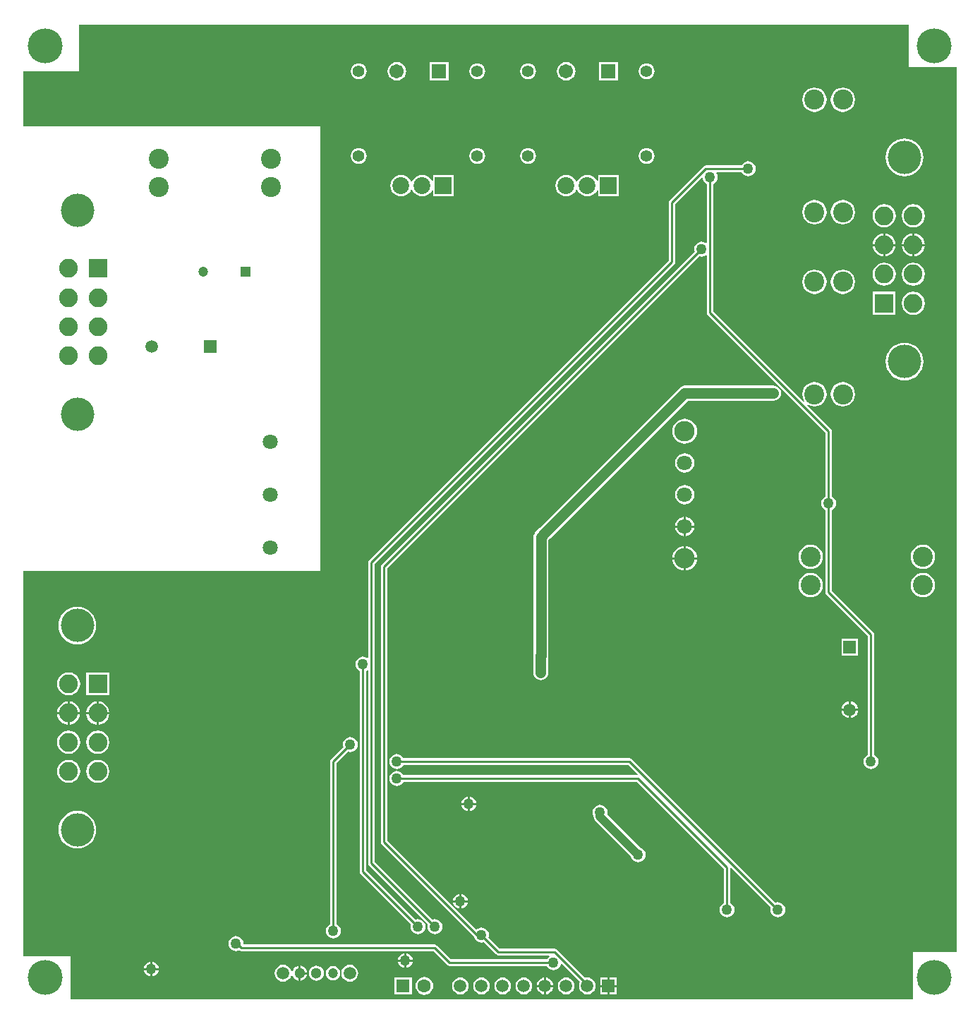
<source format=gbl>
G04*
G04 #@! TF.GenerationSoftware,Altium Limited,Altium Designer,20.0.9 (164)*
G04*
G04 Layer_Physical_Order=2*
G04 Layer_Color=16711680*
%FSLAX25Y25*%
%MOIN*%
G70*
G01*
G75*
%ADD11C,0.01000*%
%ADD230C,0.02500*%
%ADD232C,0.05000*%
%ADD233C,0.04000*%
%ADD234R,0.04724X0.04724*%
%ADD235C,0.04724*%
%ADD236C,0.16500*%
%ADD237R,0.07972X0.07972*%
%ADD238C,0.07972*%
%ADD239C,0.05906*%
%ADD240R,0.05906X0.05906*%
%ADD241R,0.06299X0.06299*%
%ADD242C,0.06299*%
%ADD243C,0.09449*%
%ADD244C,0.05118*%
%ADD245C,0.15748*%
%ADD246C,0.08858*%
%ADD247R,0.08858X0.08858*%
%ADD248R,0.06732X0.06732*%
%ADD249C,0.06732*%
%ADD250C,0.09646*%
%ADD251C,0.07087*%
%ADD252R,0.05906X0.05906*%
%ADD253C,0.05512*%
%ADD254C,0.05000*%
G36*
X419645Y462116D02*
X420000Y461969D01*
Y442000D01*
X442471D01*
Y24000D01*
X422000D01*
Y1529D01*
X24000D01*
Y22000D01*
X1529D01*
Y204000D01*
X142000Y204000D01*
Y334000D01*
Y414000D01*
X1529D01*
Y440000D01*
X28000D01*
X27859Y440141D01*
Y462116D01*
X419645D01*
D02*
G37*
%LPC*%
G36*
X296000Y443788D02*
X295020Y443659D01*
X294106Y443281D01*
X293321Y442679D01*
X292719Y441894D01*
X292341Y440980D01*
X292212Y440000D01*
X292341Y439019D01*
X292719Y438106D01*
X293321Y437321D01*
X294106Y436719D01*
X295020Y436341D01*
X296000Y436212D01*
X296981Y436341D01*
X297894Y436719D01*
X298679Y437321D01*
X299281Y438106D01*
X299659Y439019D01*
X299788Y440000D01*
X299659Y440980D01*
X299281Y441894D01*
X298679Y442679D01*
X297894Y443281D01*
X296981Y443659D01*
X296000Y443788D01*
D02*
G37*
G36*
X240000D02*
X239019Y443659D01*
X238106Y443281D01*
X237321Y442679D01*
X236719Y441894D01*
X236341Y440980D01*
X236212Y440000D01*
X236341Y439019D01*
X236719Y438106D01*
X237321Y437321D01*
X238106Y436719D01*
X239019Y436341D01*
X240000Y436212D01*
X240981Y436341D01*
X241894Y436719D01*
X242679Y437321D01*
X243281Y438106D01*
X243659Y439019D01*
X243788Y440000D01*
X243659Y440980D01*
X243281Y441894D01*
X242679Y442679D01*
X241894Y443281D01*
X240981Y443659D01*
X240000Y443788D01*
D02*
G37*
G36*
X216000D02*
X215019Y443659D01*
X214106Y443281D01*
X213321Y442679D01*
X212719Y441894D01*
X212341Y440980D01*
X212212Y440000D01*
X212341Y439019D01*
X212719Y438106D01*
X213321Y437321D01*
X214106Y436719D01*
X215019Y436341D01*
X216000Y436212D01*
X216981Y436341D01*
X217894Y436719D01*
X218679Y437321D01*
X219281Y438106D01*
X219659Y439019D01*
X219788Y440000D01*
X219659Y440980D01*
X219281Y441894D01*
X218679Y442679D01*
X217894Y443281D01*
X216981Y443659D01*
X216000Y443788D01*
D02*
G37*
G36*
X160000D02*
X159019Y443659D01*
X158106Y443281D01*
X157321Y442679D01*
X156719Y441894D01*
X156341Y440980D01*
X156212Y440000D01*
X156341Y439019D01*
X156719Y438106D01*
X157321Y437321D01*
X158106Y436719D01*
X159019Y436341D01*
X160000Y436212D01*
X160980Y436341D01*
X161894Y436719D01*
X162679Y437321D01*
X163281Y438106D01*
X163659Y439019D01*
X163788Y440000D01*
X163659Y440980D01*
X163281Y441894D01*
X162679Y442679D01*
X161894Y443281D01*
X160980Y443659D01*
X160000Y443788D01*
D02*
G37*
G36*
X282366Y444366D02*
X273634D01*
Y435634D01*
X282366D01*
Y444366D01*
D02*
G37*
G36*
X202366D02*
X193634D01*
Y435634D01*
X202366D01*
Y444366D01*
D02*
G37*
G36*
X258000Y444404D02*
X256860Y444254D01*
X255798Y443814D01*
X254886Y443114D01*
X254186Y442202D01*
X253746Y441140D01*
X253596Y440000D01*
X253746Y438860D01*
X254186Y437798D01*
X254886Y436886D01*
X255798Y436186D01*
X256860Y435746D01*
X258000Y435596D01*
X259140Y435746D01*
X260202Y436186D01*
X261114Y436886D01*
X261814Y437798D01*
X262254Y438860D01*
X262404Y440000D01*
X262254Y441140D01*
X261814Y442202D01*
X261114Y443114D01*
X260202Y443814D01*
X259140Y444254D01*
X258000Y444404D01*
D02*
G37*
G36*
X178000D02*
X176860Y444254D01*
X175798Y443814D01*
X174886Y443114D01*
X174186Y442202D01*
X173746Y441140D01*
X173596Y440000D01*
X173746Y438860D01*
X174186Y437798D01*
X174886Y436886D01*
X175798Y436186D01*
X176860Y435746D01*
X178000Y435596D01*
X179140Y435746D01*
X180202Y436186D01*
X181114Y436886D01*
X181814Y437798D01*
X182254Y438860D01*
X182404Y440000D01*
X182254Y441140D01*
X181814Y442202D01*
X181114Y443114D01*
X180202Y443814D01*
X179140Y444254D01*
X178000Y444404D01*
D02*
G37*
G36*
X388693Y432290D02*
X387198Y432093D01*
X385806Y431516D01*
X384610Y430598D01*
X383693Y429403D01*
X383116Y428010D01*
X382919Y426516D01*
X383116Y425021D01*
X383693Y423629D01*
X384610Y422433D01*
X385806Y421516D01*
X387198Y420939D01*
X388693Y420742D01*
X390187Y420939D01*
X391580Y421516D01*
X392776Y422433D01*
X393693Y423629D01*
X394270Y425021D01*
X394467Y426516D01*
X394270Y428010D01*
X393693Y429403D01*
X392776Y430598D01*
X391580Y431516D01*
X390187Y432093D01*
X388693Y432290D01*
D02*
G37*
G36*
X375307D02*
X373813Y432093D01*
X372420Y431516D01*
X371224Y430598D01*
X370307Y429403D01*
X369730Y428010D01*
X369533Y426516D01*
X369730Y425021D01*
X370307Y423629D01*
X371224Y422433D01*
X372420Y421516D01*
X373813Y420939D01*
X375307Y420742D01*
X376801Y420939D01*
X378194Y421516D01*
X379390Y422433D01*
X380307Y423629D01*
X380884Y425021D01*
X381081Y426516D01*
X380884Y428010D01*
X380307Y429403D01*
X379390Y430598D01*
X378194Y431516D01*
X376801Y432093D01*
X375307Y432290D01*
D02*
G37*
G36*
X296000Y403788D02*
X295020Y403659D01*
X294106Y403281D01*
X293321Y402679D01*
X292719Y401894D01*
X292341Y400981D01*
X292212Y400000D01*
X292341Y399020D01*
X292719Y398106D01*
X293321Y397321D01*
X294106Y396719D01*
X295020Y396341D01*
X296000Y396212D01*
X296981Y396341D01*
X297894Y396719D01*
X298679Y397321D01*
X299281Y398106D01*
X299659Y399020D01*
X299788Y400000D01*
X299659Y400981D01*
X299281Y401894D01*
X298679Y402679D01*
X297894Y403281D01*
X296981Y403659D01*
X296000Y403788D01*
D02*
G37*
G36*
X240000D02*
X239019Y403659D01*
X238106Y403281D01*
X237321Y402679D01*
X236719Y401894D01*
X236341Y400981D01*
X236212Y400000D01*
X236341Y399020D01*
X236719Y398106D01*
X237321Y397321D01*
X238106Y396719D01*
X239019Y396341D01*
X240000Y396212D01*
X240981Y396341D01*
X241894Y396719D01*
X242679Y397321D01*
X243281Y398106D01*
X243659Y399020D01*
X243788Y400000D01*
X243659Y400981D01*
X243281Y401894D01*
X242679Y402679D01*
X241894Y403281D01*
X240981Y403659D01*
X240000Y403788D01*
D02*
G37*
G36*
X216000D02*
X215019Y403659D01*
X214106Y403281D01*
X213321Y402679D01*
X212719Y401894D01*
X212341Y400981D01*
X212212Y400000D01*
X212341Y399020D01*
X212719Y398106D01*
X213321Y397321D01*
X214106Y396719D01*
X215019Y396341D01*
X216000Y396212D01*
X216981Y396341D01*
X217894Y396719D01*
X218679Y397321D01*
X219281Y398106D01*
X219659Y399020D01*
X219788Y400000D01*
X219659Y400981D01*
X219281Y401894D01*
X218679Y402679D01*
X217894Y403281D01*
X216981Y403659D01*
X216000Y403788D01*
D02*
G37*
G36*
X160000D02*
X159019Y403659D01*
X158106Y403281D01*
X157321Y402679D01*
X156719Y401894D01*
X156341Y400981D01*
X156212Y400000D01*
X156341Y399020D01*
X156719Y398106D01*
X157321Y397321D01*
X158106Y396719D01*
X159019Y396341D01*
X160000Y396212D01*
X160980Y396341D01*
X161894Y396719D01*
X162679Y397321D01*
X163281Y398106D01*
X163659Y399020D01*
X163788Y400000D01*
X163659Y400981D01*
X163281Y401894D01*
X162679Y402679D01*
X161894Y403281D01*
X160980Y403659D01*
X160000Y403788D01*
D02*
G37*
G36*
X344000Y397530D02*
X343086Y397410D01*
X342235Y397057D01*
X341504Y396496D01*
X340943Y395765D01*
X340845Y395529D01*
X324000D01*
X323415Y395413D01*
X322919Y395081D01*
X306919Y379081D01*
X306587Y378585D01*
X306471Y378000D01*
Y350634D01*
X164919Y209081D01*
X164587Y208585D01*
X164471Y208000D01*
Y163081D01*
X164022Y162860D01*
X163765Y163057D01*
X162914Y163410D01*
X162000Y163530D01*
X161086Y163410D01*
X160235Y163057D01*
X159504Y162496D01*
X158943Y161765D01*
X158590Y160914D01*
X158470Y160000D01*
X158590Y159086D01*
X158943Y158235D01*
X159504Y157504D01*
X160235Y156943D01*
X160471Y156845D01*
Y62000D01*
X160587Y61415D01*
X160919Y60919D01*
X184688Y37149D01*
X184590Y36914D01*
X184470Y36000D01*
X184590Y35086D01*
X184943Y34235D01*
X185504Y33504D01*
X186235Y32943D01*
X187086Y32590D01*
X188000Y32470D01*
X188914Y32590D01*
X189765Y32943D01*
X190496Y33504D01*
X191057Y34235D01*
X191410Y35086D01*
X191530Y36000D01*
X191410Y36914D01*
X191057Y37765D01*
X190496Y38496D01*
X189765Y39057D01*
X188914Y39410D01*
X188000Y39530D01*
X187086Y39410D01*
X186851Y39312D01*
X163529Y62634D01*
Y156845D01*
X163765Y156943D01*
X164022Y157140D01*
X164471Y156919D01*
Y66000D01*
X164587Y65415D01*
X164919Y64919D01*
X192688Y37149D01*
X192590Y36914D01*
X192470Y36000D01*
X192590Y35086D01*
X192943Y34235D01*
X193504Y33504D01*
X194235Y32943D01*
X195086Y32590D01*
X196000Y32470D01*
X196914Y32590D01*
X197765Y32943D01*
X198496Y33504D01*
X199057Y34235D01*
X199410Y35086D01*
X199530Y36000D01*
X199410Y36914D01*
X199057Y37765D01*
X198496Y38496D01*
X197765Y39057D01*
X196914Y39410D01*
X196000Y39530D01*
X195086Y39410D01*
X194851Y39312D01*
X167529Y66633D01*
Y207366D01*
X309081Y348919D01*
X309413Y349415D01*
X309529Y350000D01*
Y377366D01*
X321989Y389826D01*
X322516Y389646D01*
X322590Y389086D01*
X322943Y388235D01*
X323504Y387504D01*
X324235Y386943D01*
X324471Y386845D01*
Y359081D01*
X324022Y358860D01*
X323765Y359057D01*
X322914Y359410D01*
X322000Y359530D01*
X321086Y359410D01*
X320235Y359057D01*
X319504Y358496D01*
X318943Y357765D01*
X318590Y356914D01*
X318470Y356000D01*
X318590Y355086D01*
X318688Y354851D01*
X170919Y207081D01*
X170587Y206585D01*
X170471Y206000D01*
X170471Y76000D01*
X170587Y75415D01*
X170919Y74919D01*
X214440Y31397D01*
X214560Y31317D01*
X214590Y31086D01*
X214943Y30235D01*
X215504Y29504D01*
X216235Y28943D01*
X217086Y28590D01*
X218000Y28470D01*
X218914Y28590D01*
X219149Y28688D01*
X224919Y22919D01*
X225415Y22587D01*
X226000Y22471D01*
X249993D01*
X250122Y21971D01*
X249504Y21496D01*
X248943Y20765D01*
X248845Y20529D01*
X203386D01*
X196834Y27081D01*
X196338Y27413D01*
X195753Y27529D01*
X105847D01*
X105518Y27905D01*
X105530Y28000D01*
X105410Y28914D01*
X105057Y29765D01*
X104496Y30496D01*
X103765Y31057D01*
X102914Y31410D01*
X102000Y31530D01*
X101086Y31410D01*
X100235Y31057D01*
X99504Y30496D01*
X98943Y29765D01*
X98590Y28914D01*
X98470Y28000D01*
X98590Y27086D01*
X98943Y26235D01*
X99504Y25504D01*
X100235Y24943D01*
X101086Y24590D01*
X102000Y24470D01*
X102914Y24590D01*
X103582Y24867D01*
X104000Y24587D01*
X104586Y24471D01*
X195119D01*
X201671Y17919D01*
X202167Y17587D01*
X202752Y17471D01*
X248845D01*
X248943Y17235D01*
X249504Y16504D01*
X250235Y15943D01*
X251086Y15590D01*
X252000Y15470D01*
X252914Y15590D01*
X253765Y15943D01*
X254496Y16504D01*
X255057Y17235D01*
X255410Y18086D01*
X255452Y18408D01*
X255926Y18568D01*
X264534Y9960D01*
X264149Y9032D01*
X264013Y8000D01*
X264149Y6968D01*
X264547Y6007D01*
X265181Y5181D01*
X266007Y4547D01*
X266968Y4149D01*
X268000Y4013D01*
X269032Y4149D01*
X269993Y4547D01*
X270819Y5181D01*
X271453Y6007D01*
X271851Y6968D01*
X271987Y8000D01*
X271851Y9032D01*
X271453Y9993D01*
X270819Y10819D01*
X269993Y11453D01*
X269032Y11851D01*
X268000Y11987D01*
X266969Y11851D01*
X253738Y25081D01*
X253242Y25413D01*
X252657Y25529D01*
X226634D01*
X221312Y30851D01*
X221410Y31086D01*
X221530Y32000D01*
X221410Y32914D01*
X221057Y33765D01*
X220496Y34496D01*
X219765Y35057D01*
X218914Y35410D01*
X218000Y35530D01*
X217086Y35410D01*
X216235Y35057D01*
X215596Y34567D01*
X173529Y76634D01*
X173529Y205366D01*
X320851Y352688D01*
X321086Y352590D01*
X322000Y352470D01*
X322914Y352590D01*
X323765Y352943D01*
X324022Y353140D01*
X324471Y352919D01*
Y326000D01*
X324587Y325415D01*
X324919Y324919D01*
X380471Y269367D01*
Y239155D01*
X380235Y239057D01*
X379504Y238496D01*
X378943Y237765D01*
X378590Y236914D01*
X378470Y236000D01*
X378590Y235086D01*
X378943Y234235D01*
X379504Y233504D01*
X380235Y232943D01*
X380471Y232845D01*
Y194000D01*
X380587Y193415D01*
X380919Y192919D01*
X386100Y187738D01*
X400471Y173366D01*
Y117155D01*
X400235Y117057D01*
X399504Y116496D01*
X398943Y115765D01*
X398590Y114914D01*
X398470Y114000D01*
X398590Y113086D01*
X398943Y112235D01*
X399504Y111504D01*
X400235Y110943D01*
X401086Y110590D01*
X402000Y110470D01*
X402914Y110590D01*
X403765Y110943D01*
X404496Y111504D01*
X405057Y112235D01*
X405410Y113086D01*
X405530Y114000D01*
X405410Y114914D01*
X405057Y115765D01*
X404496Y116496D01*
X403765Y117057D01*
X403529Y117155D01*
Y174000D01*
X403413Y174585D01*
X403081Y175081D01*
X388263Y189900D01*
X383529Y194633D01*
Y232845D01*
X383765Y232943D01*
X384496Y233504D01*
X385057Y234235D01*
X385410Y235086D01*
X385530Y236000D01*
X385410Y236914D01*
X385057Y237765D01*
X384496Y238496D01*
X383765Y239057D01*
X383529Y239155D01*
Y270000D01*
X383413Y270585D01*
X383081Y271081D01*
X371943Y282220D01*
X372273Y282597D01*
X372420Y282484D01*
X373813Y281907D01*
X375307Y281710D01*
X376801Y281907D01*
X378194Y282484D01*
X379390Y283401D01*
X380307Y284597D01*
X380884Y285990D01*
X381081Y287484D01*
X380884Y288979D01*
X380307Y290371D01*
X379390Y291567D01*
X378194Y292484D01*
X376801Y293061D01*
X375307Y293258D01*
X373813Y293061D01*
X372420Y292484D01*
X371224Y291567D01*
X370307Y290371D01*
X369730Y288979D01*
X369533Y287484D01*
X369730Y285990D01*
X370307Y284597D01*
X370420Y284451D01*
X370043Y284120D01*
X327529Y326634D01*
Y386845D01*
X327765Y386943D01*
X328496Y387504D01*
X329057Y388235D01*
X329410Y389086D01*
X329530Y390000D01*
X329410Y390914D01*
X329057Y391765D01*
X328860Y392022D01*
X329081Y392471D01*
X340845D01*
X340943Y392235D01*
X341504Y391504D01*
X342235Y390943D01*
X343086Y390590D01*
X344000Y390470D01*
X344914Y390590D01*
X345765Y390943D01*
X346496Y391504D01*
X347057Y392235D01*
X347410Y393086D01*
X347530Y394000D01*
X347410Y394914D01*
X347057Y395765D01*
X346496Y396496D01*
X345765Y397057D01*
X344914Y397410D01*
X344000Y397530D01*
D02*
G37*
G36*
X417906Y408255D02*
X416166Y408084D01*
X414493Y407577D01*
X412952Y406753D01*
X411600Y405644D01*
X410491Y404293D01*
X409667Y402751D01*
X409160Y401078D01*
X408989Y399339D01*
X409160Y397599D01*
X409667Y395926D01*
X410491Y394385D01*
X411600Y393033D01*
X412952Y391924D01*
X414493Y391100D01*
X416166Y390593D01*
X417906Y390422D01*
X419645Y390593D01*
X421318Y391100D01*
X422860Y391924D01*
X424211Y393033D01*
X425320Y394385D01*
X426144Y395926D01*
X426651Y397599D01*
X426823Y399339D01*
X426651Y401078D01*
X426144Y402751D01*
X425320Y404293D01*
X424211Y405644D01*
X422860Y406753D01*
X421318Y407577D01*
X419645Y408084D01*
X417906Y408255D01*
D02*
G37*
G36*
X268000Y391029D02*
X266698Y390858D01*
X265485Y390355D01*
X264444Y389556D01*
X263645Y388515D01*
X263271Y387612D01*
X262729D01*
X262355Y388515D01*
X261556Y389556D01*
X260515Y390355D01*
X259302Y390858D01*
X258000Y391029D01*
X256698Y390858D01*
X255485Y390355D01*
X254444Y389556D01*
X253644Y388515D01*
X253142Y387302D01*
X252971Y386000D01*
X253142Y384698D01*
X253644Y383485D01*
X254444Y382444D01*
X255485Y381645D01*
X256698Y381142D01*
X258000Y380971D01*
X259302Y381142D01*
X260515Y381645D01*
X261556Y382444D01*
X262355Y383485D01*
X262729Y384388D01*
X263271D01*
X263645Y383485D01*
X264444Y382444D01*
X265485Y381645D01*
X266698Y381142D01*
X268000Y380971D01*
X269302Y381142D01*
X270515Y381645D01*
X271556Y382444D01*
X272356Y383485D01*
X272514Y383868D01*
X273014Y383768D01*
Y381014D01*
X282986D01*
Y390986D01*
X273014D01*
Y388232D01*
X272514Y388132D01*
X272356Y388515D01*
X271556Y389556D01*
X270515Y390355D01*
X269302Y390858D01*
X268000Y391029D01*
D02*
G37*
G36*
X190000D02*
X188698Y390858D01*
X187485Y390355D01*
X186444Y389556D01*
X185644Y388515D01*
X185271Y387612D01*
X184729D01*
X184355Y388515D01*
X183556Y389556D01*
X182515Y390355D01*
X181302Y390858D01*
X180000Y391029D01*
X178698Y390858D01*
X177485Y390355D01*
X176444Y389556D01*
X175645Y388515D01*
X175142Y387302D01*
X174971Y386000D01*
X175142Y384698D01*
X175645Y383485D01*
X176444Y382444D01*
X177485Y381645D01*
X178698Y381142D01*
X180000Y380971D01*
X181302Y381142D01*
X182515Y381645D01*
X183556Y382444D01*
X184355Y383485D01*
X184729Y384388D01*
X185271D01*
X185644Y383485D01*
X186444Y382444D01*
X187485Y381645D01*
X188698Y381142D01*
X190000Y380971D01*
X191302Y381142D01*
X192515Y381645D01*
X193556Y382444D01*
X194355Y383485D01*
X194514Y383868D01*
X195014Y383768D01*
Y381014D01*
X204986D01*
Y390986D01*
X195014D01*
Y388232D01*
X194514Y388132D01*
X194355Y388515D01*
X193556Y389556D01*
X192515Y390355D01*
X191302Y390858D01*
X190000Y391029D01*
D02*
G37*
G36*
X388693Y379258D02*
X387198Y379061D01*
X385806Y378485D01*
X384610Y377567D01*
X383693Y376371D01*
X383116Y374979D01*
X382919Y373484D01*
X383116Y371990D01*
X383693Y370597D01*
X384610Y369402D01*
X385806Y368484D01*
X387198Y367907D01*
X388693Y367710D01*
X390187Y367907D01*
X391580Y368484D01*
X392776Y369402D01*
X393693Y370597D01*
X394270Y371990D01*
X394467Y373484D01*
X394270Y374979D01*
X393693Y376371D01*
X392776Y377567D01*
X391580Y378485D01*
X390187Y379061D01*
X388693Y379258D01*
D02*
G37*
G36*
X375307D02*
X373813Y379061D01*
X372420Y378485D01*
X371224Y377567D01*
X370307Y376371D01*
X369730Y374979D01*
X369533Y373484D01*
X369730Y371990D01*
X370307Y370597D01*
X371224Y369402D01*
X372420Y368484D01*
X373813Y367907D01*
X375307Y367710D01*
X376801Y367907D01*
X378194Y368484D01*
X379390Y369402D01*
X380307Y370597D01*
X380884Y371990D01*
X381081Y373484D01*
X380884Y374979D01*
X380307Y376371D01*
X379390Y377567D01*
X378194Y378485D01*
X376801Y379061D01*
X375307Y379258D01*
D02*
G37*
G36*
X422000Y377256D02*
X420583Y377069D01*
X419262Y376522D01*
X418128Y375652D01*
X417258Y374518D01*
X416711Y373197D01*
X416524Y371780D01*
X416711Y370362D01*
X417258Y369042D01*
X418128Y367908D01*
X419262Y367037D01*
X420583Y366490D01*
X422000Y366304D01*
X423417Y366490D01*
X424738Y367037D01*
X425872Y367908D01*
X426742Y369042D01*
X427289Y370362D01*
X427476Y371780D01*
X427289Y373197D01*
X426742Y374518D01*
X425872Y375652D01*
X424738Y376522D01*
X423417Y377069D01*
X422000Y377256D01*
D02*
G37*
G36*
X408220D02*
X406803Y377069D01*
X405482Y376522D01*
X404348Y375652D01*
X403478Y374518D01*
X402931Y373197D01*
X402744Y371780D01*
X402931Y370362D01*
X403478Y369042D01*
X404348Y367908D01*
X405482Y367037D01*
X406803Y366490D01*
X408220Y366304D01*
X409638Y366490D01*
X410958Y367037D01*
X412092Y367908D01*
X412963Y369042D01*
X413510Y370362D01*
X413696Y371780D01*
X413510Y373197D01*
X412963Y374518D01*
X412092Y375652D01*
X410958Y376522D01*
X409638Y377069D01*
X408220Y377256D01*
D02*
G37*
G36*
X422500Y363410D02*
Y358500D01*
X427410D01*
X427289Y359417D01*
X426742Y360738D01*
X425872Y361872D01*
X424738Y362742D01*
X423417Y363289D01*
X422500Y363410D01*
D02*
G37*
G36*
X408720D02*
Y358500D01*
X413631D01*
X413510Y359417D01*
X412963Y360738D01*
X412092Y361872D01*
X410958Y362742D01*
X409638Y363289D01*
X408720Y363410D01*
D02*
G37*
G36*
X421500D02*
X420583Y363289D01*
X419262Y362742D01*
X418128Y361872D01*
X417258Y360738D01*
X416711Y359417D01*
X416590Y358500D01*
X421500D01*
Y363410D01*
D02*
G37*
G36*
X407720D02*
X406803Y363289D01*
X405482Y362742D01*
X404348Y361872D01*
X403478Y360738D01*
X402931Y359417D01*
X402810Y358500D01*
X407720D01*
Y363410D01*
D02*
G37*
G36*
X413631Y357500D02*
X408720D01*
Y352590D01*
X409638Y352711D01*
X410958Y353258D01*
X412092Y354128D01*
X412963Y355262D01*
X413510Y356583D01*
X413631Y357500D01*
D02*
G37*
G36*
X427410D02*
X422500D01*
Y352590D01*
X423417Y352711D01*
X424738Y353258D01*
X425872Y354128D01*
X426742Y355262D01*
X427289Y356583D01*
X427410Y357500D01*
D02*
G37*
G36*
X421500D02*
X416590D01*
X416711Y356583D01*
X417258Y355262D01*
X418128Y354128D01*
X419262Y353258D01*
X420583Y352711D01*
X421500Y352590D01*
Y357500D01*
D02*
G37*
G36*
X407720D02*
X402810D01*
X402931Y356583D01*
X403478Y355262D01*
X404348Y354128D01*
X405482Y353258D01*
X406803Y352711D01*
X407720Y352590D01*
Y357500D01*
D02*
G37*
G36*
X422000Y349697D02*
X420583Y349510D01*
X419262Y348963D01*
X418128Y348093D01*
X417258Y346959D01*
X416711Y345638D01*
X416524Y344221D01*
X416711Y342803D01*
X417258Y341483D01*
X418128Y340349D01*
X419262Y339478D01*
X420583Y338931D01*
X422000Y338745D01*
X423417Y338931D01*
X424738Y339478D01*
X425872Y340349D01*
X426742Y341483D01*
X427289Y342803D01*
X427476Y344221D01*
X427289Y345638D01*
X426742Y346959D01*
X425872Y348093D01*
X424738Y348963D01*
X423417Y349510D01*
X422000Y349697D01*
D02*
G37*
G36*
X408220D02*
X406803Y349510D01*
X405482Y348963D01*
X404348Y348093D01*
X403478Y346959D01*
X402931Y345638D01*
X402744Y344221D01*
X402931Y342803D01*
X403478Y341483D01*
X404348Y340349D01*
X405482Y339478D01*
X406803Y338931D01*
X408220Y338745D01*
X409638Y338931D01*
X410958Y339478D01*
X412092Y340349D01*
X412963Y341483D01*
X413510Y342803D01*
X413696Y344221D01*
X413510Y345638D01*
X412963Y346959D01*
X412092Y348093D01*
X410958Y348963D01*
X409638Y349510D01*
X408220Y349697D01*
D02*
G37*
G36*
X388693Y346290D02*
X387198Y346093D01*
X385806Y345516D01*
X384610Y344599D01*
X383693Y343403D01*
X383116Y342010D01*
X382919Y340516D01*
X383116Y339021D01*
X383693Y337629D01*
X384610Y336433D01*
X385806Y335515D01*
X387198Y334939D01*
X388693Y334742D01*
X390187Y334939D01*
X391580Y335515D01*
X392776Y336433D01*
X393693Y337629D01*
X394270Y339021D01*
X394467Y340516D01*
X394270Y342010D01*
X393693Y343403D01*
X392776Y344599D01*
X391580Y345516D01*
X390187Y346093D01*
X388693Y346290D01*
D02*
G37*
G36*
X375307D02*
X373813Y346093D01*
X372420Y345516D01*
X371224Y344599D01*
X370307Y343403D01*
X369730Y342010D01*
X369533Y340516D01*
X369730Y339021D01*
X370307Y337629D01*
X371224Y336433D01*
X372420Y335515D01*
X373813Y334939D01*
X375307Y334742D01*
X376801Y334939D01*
X378194Y335515D01*
X379390Y336433D01*
X380307Y337629D01*
X380884Y339021D01*
X381081Y340516D01*
X380884Y342010D01*
X380307Y343403D01*
X379390Y344599D01*
X378194Y345516D01*
X376801Y346093D01*
X375307Y346290D01*
D02*
G37*
G36*
X413650Y335870D02*
X402791D01*
Y325012D01*
X413650D01*
Y335870D01*
D02*
G37*
G36*
X422000Y335917D02*
X420583Y335730D01*
X419262Y335183D01*
X418128Y334313D01*
X417258Y333179D01*
X416711Y331858D01*
X416524Y330441D01*
X416711Y329024D01*
X417258Y327703D01*
X418128Y326569D01*
X419262Y325699D01*
X420583Y325152D01*
X422000Y324965D01*
X423417Y325152D01*
X424738Y325699D01*
X425872Y326569D01*
X426742Y327703D01*
X427289Y329024D01*
X427476Y330441D01*
X427289Y331858D01*
X426742Y333179D01*
X425872Y334313D01*
X424738Y335183D01*
X423417Y335730D01*
X422000Y335917D01*
D02*
G37*
G36*
X417906Y311799D02*
X416166Y311628D01*
X414493Y311120D01*
X412952Y310296D01*
X411600Y309187D01*
X410491Y307836D01*
X409667Y306294D01*
X409160Y304622D01*
X408989Y302882D01*
X409160Y301142D01*
X409667Y299470D01*
X410491Y297928D01*
X411600Y296577D01*
X412952Y295468D01*
X414493Y294644D01*
X416166Y294136D01*
X417906Y293965D01*
X419645Y294136D01*
X421318Y294644D01*
X422860Y295468D01*
X424211Y296577D01*
X425320Y297928D01*
X426144Y299470D01*
X426651Y301142D01*
X426823Y302882D01*
X426651Y304622D01*
X426144Y306294D01*
X425320Y307836D01*
X424211Y309187D01*
X422860Y310296D01*
X421318Y311120D01*
X419645Y311628D01*
X417906Y311799D01*
D02*
G37*
G36*
X388693Y293258D02*
X387198Y293061D01*
X385806Y292484D01*
X384610Y291567D01*
X383693Y290371D01*
X383116Y288979D01*
X382919Y287484D01*
X383116Y285990D01*
X383693Y284597D01*
X384610Y283401D01*
X385806Y282484D01*
X387198Y281907D01*
X388693Y281710D01*
X390187Y281907D01*
X391580Y282484D01*
X392776Y283401D01*
X393693Y284597D01*
X394270Y285990D01*
X394467Y287484D01*
X394270Y288979D01*
X393693Y290371D01*
X392776Y291567D01*
X391580Y292484D01*
X390187Y293061D01*
X388693Y293258D01*
D02*
G37*
G36*
X314000Y275851D02*
X312859Y275739D01*
X311761Y275406D01*
X310749Y274865D01*
X309863Y274137D01*
X309135Y273251D01*
X308594Y272239D01*
X308261Y271142D01*
X308149Y270000D01*
X308261Y268859D01*
X308594Y267761D01*
X309135Y266749D01*
X309863Y265863D01*
X310749Y265135D01*
X311761Y264594D01*
X312859Y264261D01*
X314000Y264149D01*
X315142Y264261D01*
X316239Y264594D01*
X317251Y265135D01*
X318137Y265863D01*
X318865Y266749D01*
X319406Y267761D01*
X319739Y268859D01*
X319851Y270000D01*
X319739Y271142D01*
X319406Y272239D01*
X318865Y273251D01*
X318137Y274137D01*
X317251Y274865D01*
X316239Y275406D01*
X315142Y275739D01*
X314000Y275851D01*
D02*
G37*
G36*
Y259582D02*
X312814Y259426D01*
X311709Y258969D01*
X310760Y258240D01*
X310031Y257291D01*
X309574Y256186D01*
X309418Y255000D01*
X309574Y253814D01*
X310031Y252709D01*
X310760Y251760D01*
X311709Y251031D01*
X312814Y250574D01*
X314000Y250417D01*
X315186Y250574D01*
X316291Y251031D01*
X317240Y251760D01*
X317969Y252709D01*
X318426Y253814D01*
X318583Y255000D01*
X318426Y256186D01*
X317969Y257291D01*
X317240Y258240D01*
X316291Y258969D01*
X315186Y259426D01*
X314000Y259582D01*
D02*
G37*
G36*
Y244583D02*
X312814Y244426D01*
X311709Y243969D01*
X310760Y243240D01*
X310031Y242291D01*
X309574Y241186D01*
X309418Y240000D01*
X309574Y238814D01*
X310031Y237709D01*
X310760Y236760D01*
X311709Y236031D01*
X312814Y235574D01*
X314000Y235418D01*
X315186Y235574D01*
X316291Y236031D01*
X317240Y236760D01*
X317969Y237709D01*
X318426Y238814D01*
X318583Y240000D01*
X318426Y241186D01*
X317969Y242291D01*
X317240Y243240D01*
X316291Y243969D01*
X315186Y244426D01*
X314000Y244583D01*
D02*
G37*
G36*
X314500Y229517D02*
Y225500D01*
X318517D01*
X318426Y226186D01*
X317969Y227291D01*
X317240Y228240D01*
X316291Y228969D01*
X315186Y229426D01*
X314500Y229517D01*
D02*
G37*
G36*
X313500D02*
X312814Y229426D01*
X311709Y228969D01*
X310760Y228240D01*
X310031Y227291D01*
X309574Y226186D01*
X309483Y225500D01*
X313500D01*
Y229517D01*
D02*
G37*
G36*
X318517Y224500D02*
X314500D01*
Y220483D01*
X315186Y220574D01*
X316291Y221031D01*
X317240Y221760D01*
X317969Y222709D01*
X318426Y223814D01*
X318517Y224500D01*
D02*
G37*
G36*
X313500D02*
X309483D01*
X309574Y223814D01*
X310031Y222709D01*
X310760Y221760D01*
X311709Y221031D01*
X312814Y220574D01*
X313500Y220483D01*
Y224500D01*
D02*
G37*
G36*
X314500Y215802D02*
Y210500D01*
X319802D01*
X319739Y211141D01*
X319406Y212239D01*
X318865Y213251D01*
X318137Y214137D01*
X317251Y214865D01*
X316239Y215406D01*
X315142Y215739D01*
X314500Y215802D01*
D02*
G37*
G36*
X313500D02*
X312859Y215739D01*
X311761Y215406D01*
X310749Y214865D01*
X309863Y214137D01*
X309135Y213251D01*
X308594Y212239D01*
X308261Y211141D01*
X308198Y210500D01*
X313500D01*
Y215802D01*
D02*
G37*
G36*
X426516Y216467D02*
X425021Y216270D01*
X423629Y215693D01*
X422433Y214776D01*
X421516Y213580D01*
X420939Y212187D01*
X420742Y210693D01*
X420939Y209198D01*
X421516Y207806D01*
X422433Y206610D01*
X423629Y205693D01*
X425021Y205116D01*
X426516Y204919D01*
X428010Y205116D01*
X429403Y205693D01*
X430598Y206610D01*
X431516Y207806D01*
X432093Y209198D01*
X432290Y210693D01*
X432093Y212187D01*
X431516Y213580D01*
X430598Y214776D01*
X429403Y215693D01*
X428010Y216270D01*
X426516Y216467D01*
D02*
G37*
G36*
X373484D02*
X371990Y216270D01*
X370597Y215693D01*
X369402Y214776D01*
X368484Y213580D01*
X367907Y212187D01*
X367710Y210693D01*
X367907Y209198D01*
X368484Y207806D01*
X369402Y206610D01*
X370597Y205693D01*
X371990Y205116D01*
X373484Y204919D01*
X374979Y205116D01*
X376371Y205693D01*
X377567Y206610D01*
X378485Y207806D01*
X379061Y209198D01*
X379258Y210693D01*
X379061Y212187D01*
X378485Y213580D01*
X377567Y214776D01*
X376371Y215693D01*
X374979Y216270D01*
X373484Y216467D01*
D02*
G37*
G36*
X319802Y209500D02*
X314500D01*
Y204198D01*
X315142Y204261D01*
X316239Y204594D01*
X317251Y205135D01*
X318137Y205863D01*
X318865Y206749D01*
X319406Y207761D01*
X319739Y208858D01*
X319802Y209500D01*
D02*
G37*
G36*
X313500D02*
X308198D01*
X308261Y208858D01*
X308594Y207761D01*
X309135Y206749D01*
X309863Y205863D01*
X310749Y205135D01*
X311761Y204594D01*
X312859Y204261D01*
X313500Y204198D01*
Y209500D01*
D02*
G37*
G36*
X426516Y203081D02*
X425021Y202884D01*
X423629Y202307D01*
X422433Y201390D01*
X421516Y200194D01*
X420939Y198802D01*
X420742Y197307D01*
X420939Y195813D01*
X421516Y194420D01*
X422433Y193224D01*
X423629Y192307D01*
X425021Y191730D01*
X426516Y191533D01*
X428010Y191730D01*
X429403Y192307D01*
X430598Y193224D01*
X431516Y194420D01*
X432093Y195813D01*
X432290Y197307D01*
X432093Y198802D01*
X431516Y200194D01*
X430598Y201390D01*
X429403Y202307D01*
X428010Y202884D01*
X426516Y203081D01*
D02*
G37*
G36*
X373484D02*
X371990Y202884D01*
X370597Y202307D01*
X369402Y201390D01*
X368484Y200194D01*
X367907Y198802D01*
X367710Y197307D01*
X367907Y195813D01*
X368484Y194420D01*
X369402Y193224D01*
X370597Y192307D01*
X371990Y191730D01*
X373484Y191533D01*
X374979Y191730D01*
X376371Y192307D01*
X377567Y193224D01*
X378485Y194420D01*
X379061Y195813D01*
X379258Y197307D01*
X379061Y198802D01*
X378485Y200194D01*
X377567Y201390D01*
X376371Y202307D01*
X374979Y202884D01*
X373484Y203081D01*
D02*
G37*
G36*
X27020Y187145D02*
X25280Y186974D01*
X23607Y186467D01*
X22066Y185643D01*
X20714Y184534D01*
X19605Y183182D01*
X18781Y181641D01*
X18274Y179968D01*
X18103Y178228D01*
X18274Y176489D01*
X18781Y174816D01*
X19605Y173274D01*
X20714Y171923D01*
X22066Y170814D01*
X23607Y169990D01*
X25280Y169483D01*
X27020Y169311D01*
X28759Y169483D01*
X30432Y169990D01*
X31974Y170814D01*
X33325Y171923D01*
X34434Y173274D01*
X35258Y174816D01*
X35765Y176489D01*
X35937Y178228D01*
X35765Y179968D01*
X35258Y181641D01*
X34434Y183182D01*
X33325Y184534D01*
X31974Y185643D01*
X30432Y186467D01*
X28759Y186974D01*
X27020Y187145D01*
D02*
G37*
G36*
X395953Y171953D02*
X388047D01*
Y164047D01*
X395953D01*
Y171953D01*
D02*
G37*
G36*
X314000Y291530D02*
X313086Y291410D01*
X312235Y291057D01*
X311504Y290496D01*
X311504Y290496D01*
X245504Y224496D01*
X245504Y224496D01*
X243573Y222565D01*
X243012Y221834D01*
X242659Y220983D01*
X242539Y220069D01*
Y164524D01*
X242470Y164000D01*
Y156000D01*
X242590Y155086D01*
X242943Y154235D01*
X243504Y153504D01*
X244235Y152943D01*
X245086Y152590D01*
X246000Y152470D01*
X246914Y152590D01*
X247765Y152943D01*
X248496Y153504D01*
X249057Y154235D01*
X249410Y155086D01*
X249530Y156000D01*
Y163545D01*
X249599Y164069D01*
Y218607D01*
X250496Y219504D01*
X250496Y219504D01*
X315462Y284470D01*
X356000D01*
X356914Y284590D01*
X357765Y284943D01*
X358496Y285504D01*
X359057Y286235D01*
X359410Y287086D01*
X359530Y288000D01*
X359410Y288914D01*
X359057Y289765D01*
X358496Y290496D01*
X357765Y291057D01*
X356914Y291410D01*
X356000Y291530D01*
X314000D01*
X314000Y291530D01*
D02*
G37*
G36*
X42134Y156098D02*
X31276D01*
Y145240D01*
X42134D01*
Y156098D01*
D02*
G37*
G36*
X22925Y156145D02*
X21508Y155959D01*
X20187Y155412D01*
X19053Y154541D01*
X18183Y153407D01*
X17636Y152087D01*
X17449Y150669D01*
X17636Y149252D01*
X18183Y147931D01*
X19053Y146797D01*
X20187Y145927D01*
X21508Y145380D01*
X22925Y145193D01*
X24342Y145380D01*
X25663Y145927D01*
X26797Y146797D01*
X27668Y147931D01*
X28215Y149252D01*
X28401Y150669D01*
X28215Y152087D01*
X27668Y153407D01*
X26797Y154541D01*
X25663Y155412D01*
X24342Y155959D01*
X22925Y156145D01*
D02*
G37*
G36*
X392500Y142393D02*
Y138972D01*
X395921D01*
X395851Y139504D01*
X395453Y140466D01*
X394819Y141291D01*
X393993Y141925D01*
X393032Y142323D01*
X392500Y142393D01*
D02*
G37*
G36*
X391500D02*
X390968Y142323D01*
X390007Y141925D01*
X389181Y141291D01*
X388547Y140466D01*
X388149Y139504D01*
X388079Y138972D01*
X391500D01*
Y142393D01*
D02*
G37*
G36*
X37205Y142300D02*
Y137390D01*
X42115D01*
X41994Y138307D01*
X41447Y139628D01*
X40577Y140762D01*
X39443Y141632D01*
X38122Y142179D01*
X37205Y142300D01*
D02*
G37*
G36*
X23425D02*
Y137390D01*
X28335D01*
X28215Y138307D01*
X27668Y139628D01*
X26797Y140762D01*
X25663Y141632D01*
X24342Y142179D01*
X23425Y142300D01*
D02*
G37*
G36*
X36205D02*
X35287Y142179D01*
X33967Y141632D01*
X32833Y140762D01*
X31962Y139628D01*
X31415Y138307D01*
X31295Y137390D01*
X36205D01*
Y142300D01*
D02*
G37*
G36*
X22425D02*
X21508Y142179D01*
X20187Y141632D01*
X19053Y140762D01*
X18183Y139628D01*
X17636Y138307D01*
X17515Y137390D01*
X22425D01*
Y142300D01*
D02*
G37*
G36*
X395921Y137972D02*
X392500D01*
Y134551D01*
X393032Y134621D01*
X393993Y135020D01*
X394819Y135653D01*
X395453Y136479D01*
X395851Y137441D01*
X395921Y137972D01*
D02*
G37*
G36*
X391500D02*
X388079D01*
X388149Y137441D01*
X388547Y136479D01*
X389181Y135653D01*
X390007Y135020D01*
X390968Y134621D01*
X391500Y134551D01*
Y137972D01*
D02*
G37*
G36*
X42115Y136390D02*
X37205D01*
Y131480D01*
X38122Y131600D01*
X39443Y132147D01*
X40577Y133018D01*
X41447Y134152D01*
X41994Y135472D01*
X42115Y136390D01*
D02*
G37*
G36*
X28335D02*
X23425D01*
Y131480D01*
X24342Y131600D01*
X25663Y132147D01*
X26797Y133018D01*
X27668Y134152D01*
X28215Y135472D01*
X28335Y136390D01*
D02*
G37*
G36*
X36205D02*
X31295D01*
X31415Y135472D01*
X31962Y134152D01*
X32833Y133018D01*
X33967Y132147D01*
X35287Y131600D01*
X36205Y131480D01*
Y136390D01*
D02*
G37*
G36*
X22425D02*
X17515D01*
X17636Y135472D01*
X18183Y134152D01*
X19053Y133018D01*
X20187Y132147D01*
X21508Y131600D01*
X22425Y131480D01*
Y136390D01*
D02*
G37*
G36*
X156000Y125530D02*
X155086Y125410D01*
X154235Y125057D01*
X153504Y124496D01*
X152943Y123765D01*
X152590Y122914D01*
X152470Y122000D01*
X152590Y121086D01*
X152688Y120851D01*
X146919Y115081D01*
X146587Y114585D01*
X146471Y114000D01*
Y37155D01*
X146235Y37057D01*
X145504Y36496D01*
X144943Y35765D01*
X144590Y34914D01*
X144470Y34000D01*
X144590Y33086D01*
X144943Y32235D01*
X145504Y31504D01*
X146235Y30943D01*
X147086Y30590D01*
X148000Y30470D01*
X148914Y30590D01*
X149765Y30943D01*
X150496Y31504D01*
X151057Y32235D01*
X151410Y33086D01*
X151530Y34000D01*
X151410Y34914D01*
X151057Y35765D01*
X150496Y36496D01*
X149765Y37057D01*
X149529Y37155D01*
Y113366D01*
X154851Y118688D01*
X155086Y118590D01*
X156000Y118470D01*
X156914Y118590D01*
X157765Y118943D01*
X158496Y119504D01*
X159057Y120235D01*
X159410Y121086D01*
X159530Y122000D01*
X159410Y122914D01*
X159057Y123765D01*
X158496Y124496D01*
X157765Y125057D01*
X156914Y125410D01*
X156000Y125530D01*
D02*
G37*
G36*
X36705Y128586D02*
X35287Y128400D01*
X33967Y127853D01*
X32833Y126982D01*
X31962Y125848D01*
X31415Y124528D01*
X31229Y123110D01*
X31415Y121693D01*
X31962Y120372D01*
X32833Y119238D01*
X33967Y118368D01*
X35287Y117821D01*
X36705Y117634D01*
X38122Y117821D01*
X39443Y118368D01*
X40577Y119238D01*
X41447Y120372D01*
X41994Y121693D01*
X42181Y123110D01*
X41994Y124528D01*
X41447Y125848D01*
X40577Y126982D01*
X39443Y127853D01*
X38122Y128400D01*
X36705Y128586D01*
D02*
G37*
G36*
X22925D02*
X21508Y128400D01*
X20187Y127853D01*
X19053Y126982D01*
X18183Y125848D01*
X17636Y124528D01*
X17449Y123110D01*
X17636Y121693D01*
X18183Y120372D01*
X19053Y119238D01*
X20187Y118368D01*
X21508Y117821D01*
X22925Y117634D01*
X24342Y117821D01*
X25663Y118368D01*
X26797Y119238D01*
X27668Y120372D01*
X28215Y121693D01*
X28401Y123110D01*
X28215Y124528D01*
X27668Y125848D01*
X26797Y126982D01*
X25663Y127853D01*
X24342Y128400D01*
X22925Y128586D01*
D02*
G37*
G36*
X178000Y117530D02*
X177086Y117410D01*
X176235Y117057D01*
X175504Y116496D01*
X174943Y115765D01*
X174590Y114914D01*
X174470Y114000D01*
X174590Y113086D01*
X174943Y112235D01*
X175504Y111504D01*
X176235Y110943D01*
X177086Y110590D01*
X178000Y110470D01*
X178914Y110590D01*
X179765Y110943D01*
X180496Y111504D01*
X181057Y112235D01*
X181155Y112471D01*
X287367D01*
X291808Y108029D01*
X291601Y107529D01*
X181155D01*
X181057Y107765D01*
X180496Y108496D01*
X179765Y109057D01*
X178914Y109410D01*
X178000Y109530D01*
X177086Y109410D01*
X176235Y109057D01*
X175504Y108496D01*
X174943Y107765D01*
X174590Y106914D01*
X174470Y106000D01*
X174590Y105086D01*
X174943Y104235D01*
X175504Y103504D01*
X176235Y102943D01*
X177086Y102590D01*
X178000Y102470D01*
X178914Y102590D01*
X179765Y102943D01*
X180496Y103504D01*
X181057Y104235D01*
X181155Y104471D01*
X291367D01*
X332471Y63367D01*
Y47155D01*
X332235Y47057D01*
X331504Y46496D01*
X330943Y45765D01*
X330590Y44914D01*
X330470Y44000D01*
X330590Y43086D01*
X330943Y42235D01*
X331504Y41504D01*
X332235Y40943D01*
X333086Y40590D01*
X334000Y40470D01*
X334914Y40590D01*
X335765Y40943D01*
X336496Y41504D01*
X337057Y42235D01*
X337410Y43086D01*
X337530Y44000D01*
X337410Y44914D01*
X337057Y45765D01*
X336496Y46496D01*
X335765Y47057D01*
X335529Y47155D01*
Y63601D01*
X336029Y63808D01*
X354688Y45149D01*
X354590Y44914D01*
X354470Y44000D01*
X354590Y43086D01*
X354943Y42235D01*
X355504Y41504D01*
X356235Y40943D01*
X357086Y40590D01*
X358000Y40470D01*
X358914Y40590D01*
X359765Y40943D01*
X360496Y41504D01*
X361057Y42235D01*
X361410Y43086D01*
X361530Y44000D01*
X361410Y44914D01*
X361057Y45765D01*
X360496Y46496D01*
X359765Y47057D01*
X358914Y47410D01*
X358000Y47530D01*
X357086Y47410D01*
X356851Y47312D01*
X289081Y115081D01*
X288585Y115413D01*
X288000Y115529D01*
X181155D01*
X181057Y115765D01*
X180496Y116496D01*
X179765Y117057D01*
X178914Y117410D01*
X178000Y117530D01*
D02*
G37*
G36*
X36705Y114807D02*
X35287Y114620D01*
X33967Y114073D01*
X32833Y113203D01*
X31962Y112069D01*
X31415Y110748D01*
X31229Y109331D01*
X31415Y107913D01*
X31962Y106593D01*
X32833Y105459D01*
X33967Y104588D01*
X35287Y104041D01*
X36705Y103855D01*
X38122Y104041D01*
X39443Y104588D01*
X40577Y105459D01*
X41447Y106593D01*
X41994Y107913D01*
X42181Y109331D01*
X41994Y110748D01*
X41447Y112069D01*
X40577Y113203D01*
X39443Y114073D01*
X38122Y114620D01*
X36705Y114807D01*
D02*
G37*
G36*
X22925D02*
X21508Y114620D01*
X20187Y114073D01*
X19053Y113203D01*
X18183Y112069D01*
X17636Y110748D01*
X17449Y109331D01*
X17636Y107913D01*
X18183Y106593D01*
X19053Y105459D01*
X20187Y104588D01*
X21508Y104041D01*
X22925Y103855D01*
X24342Y104041D01*
X25663Y104588D01*
X26797Y105459D01*
X27668Y106593D01*
X28215Y107913D01*
X28401Y109331D01*
X28215Y110748D01*
X27668Y112069D01*
X26797Y113203D01*
X25663Y114073D01*
X24342Y114620D01*
X22925Y114807D01*
D02*
G37*
G36*
X212500Y97464D02*
Y94500D01*
X215464D01*
X215410Y94914D01*
X215057Y95765D01*
X214496Y96496D01*
X213765Y97057D01*
X212914Y97410D01*
X212500Y97464D01*
D02*
G37*
G36*
X211500D02*
X211086Y97410D01*
X210235Y97057D01*
X209504Y96496D01*
X208943Y95765D01*
X208590Y94914D01*
X208536Y94500D01*
X211500D01*
Y97464D01*
D02*
G37*
G36*
X215464Y93500D02*
X212500D01*
Y90536D01*
X212914Y90590D01*
X213765Y90943D01*
X214496Y91504D01*
X215057Y92235D01*
X215410Y93086D01*
X215464Y93500D01*
D02*
G37*
G36*
X211500D02*
X208536D01*
X208590Y93086D01*
X208943Y92235D01*
X209504Y91504D01*
X210235Y90943D01*
X211086Y90590D01*
X211500Y90536D01*
Y93500D01*
D02*
G37*
G36*
X27020Y90689D02*
X25280Y90517D01*
X23607Y90010D01*
X22066Y89186D01*
X20714Y88077D01*
X19605Y86726D01*
X18781Y85184D01*
X18274Y83511D01*
X18103Y81772D01*
X18274Y80032D01*
X18781Y78359D01*
X19605Y76818D01*
X20714Y75466D01*
X22066Y74357D01*
X23607Y73533D01*
X25280Y73026D01*
X27020Y72855D01*
X28759Y73026D01*
X30432Y73533D01*
X31974Y74357D01*
X33325Y75466D01*
X34434Y76818D01*
X35258Y78359D01*
X35765Y80032D01*
X35937Y81772D01*
X35765Y83511D01*
X35258Y85184D01*
X34434Y86726D01*
X33325Y88077D01*
X31974Y89186D01*
X30432Y90010D01*
X28759Y90517D01*
X27020Y90689D01*
D02*
G37*
G36*
X274000Y93530D02*
X273086Y93410D01*
X272235Y93057D01*
X271504Y92496D01*
X270943Y91765D01*
X270590Y90914D01*
X270470Y90000D01*
X270590Y89086D01*
X270943Y88235D01*
X270974Y88194D01*
Y88000D01*
X271077Y87217D01*
X271379Y86487D01*
X271860Y85860D01*
X288583Y69137D01*
X288590Y69086D01*
X288943Y68235D01*
X289504Y67504D01*
X290235Y66943D01*
X291086Y66590D01*
X292000Y66470D01*
X292914Y66590D01*
X293765Y66943D01*
X294496Y67504D01*
X295057Y68235D01*
X295410Y69086D01*
X295530Y70000D01*
X295410Y70914D01*
X295057Y71765D01*
X294496Y72496D01*
X293765Y73057D01*
X292914Y73410D01*
X292863Y73417D01*
X277346Y88933D01*
X277410Y89086D01*
X277530Y90000D01*
X277410Y90914D01*
X277057Y91765D01*
X276496Y92496D01*
X275765Y93057D01*
X274914Y93410D01*
X274000Y93530D01*
D02*
G37*
G36*
X208500Y51464D02*
Y48500D01*
X211464D01*
X211410Y48914D01*
X211057Y49765D01*
X210496Y50496D01*
X209765Y51057D01*
X208914Y51410D01*
X208500Y51464D01*
D02*
G37*
G36*
X207500D02*
X207086Y51410D01*
X206235Y51057D01*
X205504Y50496D01*
X204943Y49765D01*
X204590Y48914D01*
X204536Y48500D01*
X207500D01*
Y51464D01*
D02*
G37*
G36*
X211464Y47500D02*
X208500D01*
Y44536D01*
X208914Y44590D01*
X209765Y44943D01*
X210496Y45504D01*
X211057Y46235D01*
X211410Y47086D01*
X211464Y47500D01*
D02*
G37*
G36*
X207500D02*
X204536D01*
X204590Y47086D01*
X204943Y46235D01*
X205504Y45504D01*
X206235Y44943D01*
X207086Y44590D01*
X207500Y44536D01*
Y47500D01*
D02*
G37*
G36*
X182500Y23464D02*
Y20500D01*
X185464D01*
X185410Y20914D01*
X185057Y21765D01*
X184496Y22496D01*
X183765Y23057D01*
X182914Y23410D01*
X182500Y23464D01*
D02*
G37*
G36*
X181500D02*
X181086Y23410D01*
X180235Y23057D01*
X179504Y22496D01*
X178943Y21765D01*
X178590Y20914D01*
X178536Y20500D01*
X181500D01*
Y23464D01*
D02*
G37*
G36*
X185464Y19500D02*
X182500D01*
Y16536D01*
X182914Y16590D01*
X183765Y16943D01*
X184496Y17504D01*
X185057Y18235D01*
X185410Y19086D01*
X185464Y19500D01*
D02*
G37*
G36*
X181500D02*
X178536D01*
X178590Y19086D01*
X178943Y18235D01*
X179504Y17504D01*
X180235Y16943D01*
X181086Y16590D01*
X181500Y16536D01*
Y19500D01*
D02*
G37*
G36*
X62500Y19464D02*
Y16500D01*
X65464D01*
X65410Y16914D01*
X65057Y17765D01*
X64496Y18496D01*
X63765Y19057D01*
X62914Y19410D01*
X62500Y19464D01*
D02*
G37*
G36*
X61500D02*
X61086Y19410D01*
X60235Y19057D01*
X59504Y18496D01*
X58943Y17765D01*
X58590Y16914D01*
X58536Y16500D01*
X61500D01*
Y19464D01*
D02*
G37*
G36*
X132626Y17524D02*
Y14500D01*
X135650D01*
X135593Y14929D01*
X135235Y15795D01*
X134664Y16538D01*
X133921Y17109D01*
X133055Y17467D01*
X132626Y17524D01*
D02*
G37*
G36*
X65464Y15500D02*
X62500D01*
Y12536D01*
X62914Y12590D01*
X63765Y12943D01*
X64496Y13504D01*
X65057Y14235D01*
X65410Y15086D01*
X65464Y15500D01*
D02*
G37*
G36*
X61500D02*
X58536D01*
X58590Y15086D01*
X58943Y14235D01*
X59504Y13504D01*
X60235Y12943D01*
X61086Y12590D01*
X61500Y12536D01*
Y15500D01*
D02*
G37*
G36*
X147874Y17391D02*
X146996Y17276D01*
X146178Y16937D01*
X145476Y16398D01*
X144937Y15696D01*
X144598Y14878D01*
X144483Y14000D01*
X144598Y13122D01*
X144937Y12304D01*
X145476Y11602D01*
X146178Y11063D01*
X146996Y10724D01*
X147874Y10609D01*
X148752Y10724D01*
X149570Y11063D01*
X150272Y11602D01*
X150811Y12304D01*
X151150Y13122D01*
X151265Y14000D01*
X151150Y14878D01*
X150811Y15696D01*
X150272Y16398D01*
X149570Y16937D01*
X148752Y17276D01*
X147874Y17391D01*
D02*
G37*
G36*
X135650Y13500D02*
X132626D01*
Y10476D01*
X133055Y10533D01*
X133921Y10891D01*
X134664Y11462D01*
X135235Y12205D01*
X135593Y13071D01*
X135650Y13500D01*
D02*
G37*
G36*
X124252Y17987D02*
X123220Y17851D01*
X122258Y17453D01*
X121433Y16819D01*
X120799Y15993D01*
X120401Y15032D01*
X120265Y14000D01*
X120401Y12968D01*
X120799Y12007D01*
X121433Y11181D01*
X122258Y10547D01*
X123220Y10149D01*
X124252Y10013D01*
X125284Y10149D01*
X126245Y10547D01*
X127071Y11181D01*
X127705Y12007D01*
X128103Y12968D01*
X128135Y13214D01*
X128640D01*
X128658Y13071D01*
X129017Y12205D01*
X129588Y11462D01*
X130331Y10891D01*
X131197Y10533D01*
X131626Y10476D01*
Y14000D01*
Y17524D01*
X131197Y17467D01*
X130331Y17109D01*
X129588Y16538D01*
X129017Y15795D01*
X128658Y14929D01*
X128640Y14786D01*
X128135D01*
X128103Y15032D01*
X127705Y15993D01*
X127071Y16819D01*
X126245Y17453D01*
X125284Y17851D01*
X124252Y17987D01*
D02*
G37*
G36*
X140000Y17590D02*
X139071Y17467D01*
X138205Y17109D01*
X137462Y16538D01*
X136891Y15795D01*
X136533Y14929D01*
X136410Y14000D01*
X136533Y13071D01*
X136891Y12205D01*
X137462Y11462D01*
X138205Y10891D01*
X139071Y10533D01*
X140000Y10410D01*
X140929Y10533D01*
X141795Y10891D01*
X142538Y11462D01*
X143109Y12205D01*
X143467Y13071D01*
X143590Y14000D01*
X143467Y14929D01*
X143109Y15795D01*
X142538Y16538D01*
X141795Y17109D01*
X140929Y17467D01*
X140000Y17590D01*
D02*
G37*
G36*
X155748Y17987D02*
X154716Y17851D01*
X153755Y17453D01*
X152929Y16819D01*
X152295Y15993D01*
X151897Y15032D01*
X151761Y14000D01*
X151897Y12968D01*
X152295Y12007D01*
X152929Y11181D01*
X153755Y10547D01*
X154716Y10149D01*
X155748Y10013D01*
X156780Y10149D01*
X157741Y10547D01*
X158567Y11181D01*
X159201Y12007D01*
X159599Y12968D01*
X159735Y14000D01*
X159599Y15032D01*
X159201Y15993D01*
X158567Y16819D01*
X157741Y17453D01*
X156780Y17851D01*
X155748Y17987D01*
D02*
G37*
G36*
X248500Y11921D02*
Y8500D01*
X251921D01*
X251851Y9032D01*
X251453Y9993D01*
X250819Y10819D01*
X249993Y11453D01*
X249032Y11851D01*
X248500Y11921D01*
D02*
G37*
G36*
X281953Y11953D02*
X278500D01*
Y8500D01*
X281953D01*
Y11953D01*
D02*
G37*
G36*
X247500Y11921D02*
X246968Y11851D01*
X246007Y11453D01*
X245181Y10819D01*
X244547Y9993D01*
X244149Y9032D01*
X244079Y8500D01*
X247500D01*
Y11921D01*
D02*
G37*
G36*
X277500Y11953D02*
X274047D01*
Y8500D01*
X277500D01*
Y11953D01*
D02*
G37*
G36*
X251921Y7500D02*
X248500D01*
Y4079D01*
X249032Y4149D01*
X249993Y4547D01*
X250819Y5181D01*
X251453Y6007D01*
X251851Y6968D01*
X251921Y7500D01*
D02*
G37*
G36*
X247500D02*
X244079D01*
X244149Y6968D01*
X244547Y6007D01*
X245181Y5181D01*
X246007Y4547D01*
X246968Y4149D01*
X247500Y4079D01*
Y7500D01*
D02*
G37*
G36*
X281953D02*
X278500D01*
Y4047D01*
X281953D01*
Y7500D01*
D02*
G37*
G36*
X277500D02*
X274047D01*
Y4047D01*
X277500D01*
Y7500D01*
D02*
G37*
G36*
X258000Y11987D02*
X256968Y11851D01*
X256007Y11453D01*
X255181Y10819D01*
X254547Y9993D01*
X254149Y9032D01*
X254013Y8000D01*
X254149Y6968D01*
X254547Y6007D01*
X255181Y5181D01*
X256007Y4547D01*
X256968Y4149D01*
X258000Y4013D01*
X259032Y4149D01*
X259993Y4547D01*
X260819Y5181D01*
X261453Y6007D01*
X261851Y6968D01*
X261987Y8000D01*
X261851Y9032D01*
X261453Y9993D01*
X260819Y10819D01*
X259993Y11453D01*
X259032Y11851D01*
X258000Y11987D01*
D02*
G37*
G36*
X238000D02*
X236968Y11851D01*
X236007Y11453D01*
X235181Y10819D01*
X234547Y9993D01*
X234149Y9032D01*
X234013Y8000D01*
X234149Y6968D01*
X234547Y6007D01*
X235181Y5181D01*
X236007Y4547D01*
X236968Y4149D01*
X238000Y4013D01*
X239032Y4149D01*
X239993Y4547D01*
X240819Y5181D01*
X241453Y6007D01*
X241851Y6968D01*
X241987Y8000D01*
X241851Y9032D01*
X241453Y9993D01*
X240819Y10819D01*
X239993Y11453D01*
X239032Y11851D01*
X238000Y11987D01*
D02*
G37*
G36*
X228000D02*
X226968Y11851D01*
X226007Y11453D01*
X225181Y10819D01*
X224547Y9993D01*
X224149Y9032D01*
X224013Y8000D01*
X224149Y6968D01*
X224547Y6007D01*
X225181Y5181D01*
X226007Y4547D01*
X226968Y4149D01*
X228000Y4013D01*
X229032Y4149D01*
X229993Y4547D01*
X230819Y5181D01*
X231453Y6007D01*
X231851Y6968D01*
X231987Y8000D01*
X231851Y9032D01*
X231453Y9993D01*
X230819Y10819D01*
X229993Y11453D01*
X229032Y11851D01*
X228000Y11987D01*
D02*
G37*
G36*
X218000D02*
X216968Y11851D01*
X216007Y11453D01*
X215181Y10819D01*
X214547Y9993D01*
X214149Y9032D01*
X214013Y8000D01*
X214149Y6968D01*
X214547Y6007D01*
X215181Y5181D01*
X216007Y4547D01*
X216968Y4149D01*
X218000Y4013D01*
X219032Y4149D01*
X219993Y4547D01*
X220819Y5181D01*
X221453Y6007D01*
X221851Y6968D01*
X221987Y8000D01*
X221851Y9032D01*
X221453Y9993D01*
X220819Y10819D01*
X219993Y11453D01*
X219032Y11851D01*
X218000Y11987D01*
D02*
G37*
G36*
X208000D02*
X206968Y11851D01*
X206007Y11453D01*
X205181Y10819D01*
X204547Y9993D01*
X204149Y9032D01*
X204013Y8000D01*
X204149Y6968D01*
X204547Y6007D01*
X205181Y5181D01*
X206007Y4547D01*
X206968Y4149D01*
X208000Y4013D01*
X209032Y4149D01*
X209993Y4547D01*
X210819Y5181D01*
X211453Y6007D01*
X211851Y6968D01*
X211987Y8000D01*
X211851Y9032D01*
X211453Y9993D01*
X210819Y10819D01*
X209993Y11453D01*
X209032Y11851D01*
X208000Y11987D01*
D02*
G37*
G36*
X185150Y12150D02*
X176850D01*
Y3850D01*
X185150D01*
Y12150D01*
D02*
G37*
G36*
X191000Y12185D02*
X189917Y12043D01*
X188907Y11625D01*
X188040Y10960D01*
X187375Y10093D01*
X186957Y9083D01*
X186815Y8000D01*
X186957Y6917D01*
X187375Y5907D01*
X188040Y5040D01*
X188907Y4375D01*
X189917Y3957D01*
X191000Y3815D01*
X192083Y3957D01*
X193093Y4375D01*
X193959Y5040D01*
X194625Y5907D01*
X195043Y6917D01*
X195185Y8000D01*
X195043Y9083D01*
X194625Y10093D01*
X193959Y10960D01*
X193093Y11625D01*
X192083Y12043D01*
X191000Y12185D01*
D02*
G37*
%LPD*%
D11*
X382000Y194000D02*
Y270000D01*
X326000Y326000D02*
X382000Y270000D01*
Y194000D02*
X387181Y188819D01*
X202752Y19000D02*
X252000D01*
X195753Y26000D02*
X202752Y19000D01*
X252657Y24000D02*
X268000Y8657D01*
X226000Y24000D02*
X252657D01*
X268000Y8000D02*
Y8657D01*
X324000Y394000D02*
X344000D01*
X308000Y378000D02*
X324000Y394000D01*
X308000Y350000D02*
Y378000D01*
X326000Y326000D02*
Y390000D01*
X166000Y66000D02*
Y208000D01*
X162000Y62000D02*
Y160000D01*
X402000Y114000D02*
Y174000D01*
X387181Y188819D02*
X402000Y174000D01*
X172000Y206000D02*
X322000Y356000D01*
X178000Y114000D02*
X288000D01*
X358000Y44000D01*
X334000D02*
Y64000D01*
X178000Y106000D02*
X292000D01*
X334000Y64000D01*
X166000Y208000D02*
X308000Y350000D01*
X172000Y206000D02*
X172000Y76000D01*
X215522Y32478D01*
X217522D01*
X102000Y28000D02*
X102586D01*
X218000Y32000D02*
X226000Y24000D01*
X162000Y62000D02*
X188000Y36000D01*
X148000Y34000D02*
Y114000D01*
X156000Y122000D01*
X104586Y26000D02*
X195753D01*
X102586Y28000D02*
X104586Y26000D01*
X166000Y66000D02*
X196000Y36000D01*
D230*
X217522Y32478D02*
X218000Y32000D01*
D232*
X246000Y156000D02*
Y164000D01*
X246069Y164069D01*
X248000Y222000D02*
Y222000D01*
X246069Y220069D02*
X248000Y222000D01*
X246069Y164069D02*
Y220069D01*
X314000Y288000D02*
X356000D01*
X248000Y222000D02*
X314000Y288000D01*
D233*
X274000Y88000D02*
X292000Y70000D01*
X274000Y88000D02*
Y90000D01*
X36705Y150669D02*
X37374Y150000D01*
D234*
X106342Y345500D02*
D03*
D235*
X86658D02*
D03*
X147874Y14000D02*
D03*
D236*
X432000Y12000D02*
D03*
Y452000D02*
D03*
X12000D02*
D03*
Y12000D02*
D03*
D237*
X200000Y386000D02*
D03*
X278000D02*
D03*
D238*
X190000D02*
D03*
X180000D02*
D03*
X268000D02*
D03*
X258000D02*
D03*
D239*
X208000Y8000D02*
D03*
X218000D02*
D03*
X228000D02*
D03*
X238000D02*
D03*
X248000D02*
D03*
X258000D02*
D03*
X268000D02*
D03*
X124252Y14000D02*
D03*
X155748D02*
D03*
X62024Y310000D02*
D03*
X392000Y138472D02*
D03*
D240*
X278000Y8000D02*
D03*
X89976Y310000D02*
D03*
D241*
X181000Y8000D02*
D03*
D242*
X191000D02*
D03*
D243*
X118516Y385307D02*
D03*
X65484D02*
D03*
X118516Y398693D02*
D03*
X65484D02*
D03*
X373484Y210693D02*
D03*
X426516D02*
D03*
X373484Y197307D02*
D03*
X426516D02*
D03*
X388693Y340516D02*
D03*
Y287484D02*
D03*
X375307Y340516D02*
D03*
Y287484D02*
D03*
Y373484D02*
D03*
Y426516D02*
D03*
X388693Y373484D02*
D03*
Y426516D02*
D03*
D244*
X132126Y14000D02*
D03*
X140000D02*
D03*
D245*
X417906Y399339D02*
D03*
Y302882D02*
D03*
X27020Y278000D02*
D03*
Y374457D02*
D03*
Y81772D02*
D03*
Y178228D02*
D03*
D246*
X422000Y371780D02*
D03*
Y358000D02*
D03*
Y344221D02*
D03*
Y330441D02*
D03*
X408220Y371780D02*
D03*
Y358000D02*
D03*
Y344221D02*
D03*
X22925Y305559D02*
D03*
Y319339D02*
D03*
Y333118D02*
D03*
Y346898D02*
D03*
X36705Y305559D02*
D03*
Y319339D02*
D03*
Y333118D02*
D03*
X22925Y109331D02*
D03*
Y123110D02*
D03*
Y136890D02*
D03*
Y150669D02*
D03*
X36705Y109331D02*
D03*
Y123110D02*
D03*
Y136890D02*
D03*
D247*
X408220Y330441D02*
D03*
X36705Y346898D02*
D03*
Y150669D02*
D03*
D248*
X278000Y440000D02*
D03*
X198000D02*
D03*
D249*
X258000D02*
D03*
X178000D02*
D03*
D250*
X314000Y270000D02*
D03*
Y210000D02*
D03*
D251*
Y255000D02*
D03*
Y240000D02*
D03*
Y225000D02*
D03*
X118331Y215000D02*
D03*
Y240000D02*
D03*
Y265000D02*
D03*
D252*
X392000Y168000D02*
D03*
D253*
X216000Y440000D02*
D03*
Y400000D02*
D03*
X160000D02*
D03*
Y440000D02*
D03*
X296000D02*
D03*
Y400000D02*
D03*
X240000D02*
D03*
Y440000D02*
D03*
D254*
X212000Y94000D02*
D03*
X382000Y236000D02*
D03*
X252000Y19000D02*
D03*
X344000Y394000D02*
D03*
X326000Y390000D02*
D03*
X162000Y160000D02*
D03*
X246000Y156000D02*
D03*
X402000Y114000D02*
D03*
X322000Y356000D02*
D03*
X274000Y90000D02*
D03*
X292000Y70000D02*
D03*
X356000Y288000D02*
D03*
X334000Y44000D02*
D03*
X182000Y20000D02*
D03*
X178000Y106000D02*
D03*
Y114000D02*
D03*
X208000Y48000D02*
D03*
X62000Y16000D02*
D03*
X148000Y34000D02*
D03*
X156000Y122000D02*
D03*
X102000Y28000D02*
D03*
X188000Y36000D02*
D03*
X196000D02*
D03*
X218000Y32000D02*
D03*
X358000Y44000D02*
D03*
M02*

</source>
